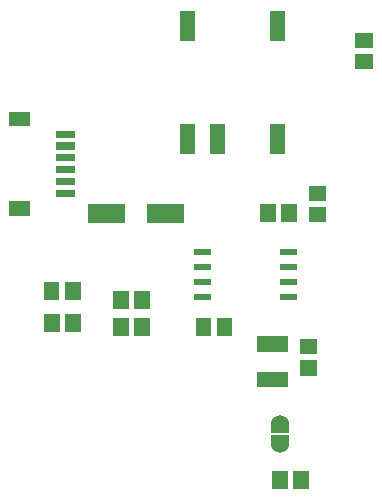
<source format=gbr>
G04 start of page 10 for group -4015 idx -4015 *
G04 Title: (unknown), toppaste *
G04 Creator: pcb 4.0.2 *
G04 CreationDate: Wed Oct 14 23:17:38 2020 UTC *
G04 For: ndholmes *
G04 Format: Gerber/RS-274X *
G04 PCB-Dimensions (mil): 1600.00 2000.00 *
G04 PCB-Coordinate-Origin: lower left *
%MOIN*%
%FSLAX25Y25*%
%LNTOPPASTE*%
%ADD51C,0.0001*%
%ADD50C,0.0600*%
G54D50*X91500Y51000D03*
G54D51*G36*
X88500Y54000D02*Y51000D01*
X94500D01*
Y54000D01*
X88500D01*
G37*
G54D50*X91500Y57800D03*
G54D51*G36*
X88500D02*Y54800D01*
X94500D01*
Y57800D01*
X88500D01*
G37*
G36*
X18016Y94452D02*X12898D01*
Y88548D01*
X18016D01*
Y94452D01*
G37*
G36*
X25102D02*X19984D01*
Y88548D01*
X25102D01*
Y94452D01*
G37*
G36*
X17973Y104952D02*X12855D01*
Y99048D01*
X17973D01*
Y104952D01*
G37*
G36*
X25059D02*X19941D01*
Y99048D01*
X25059D01*
Y104952D01*
G37*
G36*
X75602Y92952D02*X70484D01*
Y87048D01*
X75602D01*
Y92952D01*
G37*
G36*
X68516D02*X63398D01*
Y87048D01*
X68516D01*
Y92952D01*
G37*
G36*
X62700Y116100D02*Y113900D01*
X68500D01*
Y116100D01*
X62700D01*
G37*
G36*
Y111100D02*Y108900D01*
X68500D01*
Y111100D01*
X62700D01*
G37*
G36*
Y106100D02*Y103900D01*
X68500D01*
Y106100D01*
X62700D01*
G37*
G36*
Y101100D02*Y98900D01*
X68500D01*
Y101100D01*
X62700D01*
G37*
G36*
X91500D02*Y98900D01*
X97300D01*
Y101100D01*
X91500D01*
G37*
G36*
Y106100D02*Y103900D01*
X97300D01*
Y106100D01*
X91500D01*
G37*
G36*
Y111100D02*Y108900D01*
X97300D01*
Y111100D01*
X91500D01*
G37*
G36*
Y116100D02*Y113900D01*
X97300D01*
Y116100D01*
X91500D01*
G37*
G36*
X16949Y155524D02*Y153162D01*
X23051D01*
Y155524D01*
X16949D01*
G37*
G36*
Y151587D02*Y149225D01*
X23051D01*
Y151587D01*
X16949D01*
G37*
G36*
Y147650D02*Y145288D01*
X23051D01*
Y147650D01*
X16949D01*
G37*
G36*
Y143712D02*Y141350D01*
X23051D01*
Y143712D01*
X16949D01*
G37*
G36*
Y139775D02*Y137413D01*
X23051D01*
Y139775D01*
X16949D01*
G37*
G36*
Y135838D02*Y133476D01*
X23051D01*
Y135838D01*
X16949D01*
G37*
G36*
X1201Y161823D02*Y157099D01*
X8287D01*
Y161823D01*
X1201D01*
G37*
G36*
Y131901D02*Y127177D01*
X8287D01*
Y131901D01*
X1201D01*
G37*
G36*
X27358Y131150D02*Y124850D01*
X39957D01*
Y131150D01*
X27358D01*
G37*
G36*
X47043D02*Y124850D01*
X59642D01*
Y131150D01*
X47043D01*
G37*
G36*
X90016Y130952D02*X84898D01*
Y125048D01*
X90016D01*
Y130952D01*
G37*
G36*
X97102D02*X91984D01*
Y125048D01*
X97102D01*
Y130952D01*
G37*
G36*
X101048Y130016D02*Y124898D01*
X106952D01*
Y130016D01*
X101048D01*
G37*
G36*
Y137102D02*Y131984D01*
X106952D01*
Y137102D01*
X101048D01*
G37*
G36*
X116548Y188102D02*Y182984D01*
X122452D01*
Y188102D01*
X116548D01*
G37*
G36*
Y181016D02*Y175898D01*
X122452D01*
Y181016D01*
X116548D01*
G37*
G36*
X48102Y101952D02*X42984D01*
Y96048D01*
X48102D01*
Y101952D01*
G37*
G36*
X41016D02*X35898D01*
Y96048D01*
X41016D01*
Y101952D01*
G37*
G36*
Y92952D02*X35898D01*
Y87048D01*
X41016D01*
Y92952D01*
G37*
G36*
X48102D02*X42984D01*
Y87048D01*
X48102D01*
Y92952D01*
G37*
G36*
X63000Y157700D02*X58000D01*
Y147700D01*
X63000D01*
Y157700D01*
G37*
G36*
X73000D02*X68000D01*
Y147700D01*
X73000D01*
Y157700D01*
G37*
G36*
X93000D02*X88000D01*
Y147700D01*
X93000D01*
Y157700D01*
G37*
G36*
X63000Y195300D02*X58000D01*
Y185300D01*
X63000D01*
Y195300D01*
G37*
G36*
X93000D02*X88000D01*
Y185300D01*
X93000D01*
Y195300D01*
G37*
G36*
X101102Y41952D02*X95984D01*
Y36048D01*
X101102D01*
Y41952D01*
G37*
G36*
X94016D02*X88898D01*
Y36048D01*
X94016D01*
Y41952D01*
G37*
G36*
X98048Y78973D02*Y73855D01*
X103952D01*
Y78973D01*
X98048D01*
G37*
G36*
Y86059D02*Y80941D01*
X103952D01*
Y86059D01*
X98048D01*
G37*
G36*
X83686Y86964D02*Y81846D01*
X94314D01*
Y86964D01*
X83686D01*
G37*
G36*
Y75154D02*Y70036D01*
X94314D01*
Y75154D01*
X83686D01*
G37*
M02*

</source>
